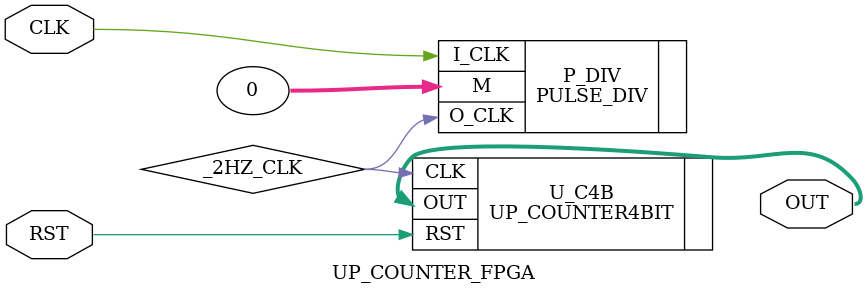
<source format=v>
`timescale 1ns / 1ps
`include "PULSE_DIV.v"
`include "UP_COUNTER4BIT.v"
module UP_COUNTER_FPGA(
	input CLK, 
	input RST,
	output [3:0] OUT
);
	wire _2HZ_CLK;
	PULSE_DIV P_DIV(.I_CLK(CLK), .M(0), .O_CLK(_2HZ_CLK));
	UP_COUNTER4BIT U_C4B(.CLK(_2HZ_CLK), .RST(RST), .OUT(OUT));
endmodule

</source>
